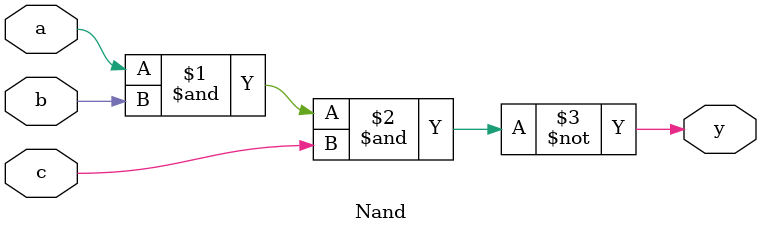
<source format=v>
module Nand(a,b,c,y);
	input a;
	input b;
	input c;
	output y;
	assign y=~(a&b&c);
endmodule
</source>
